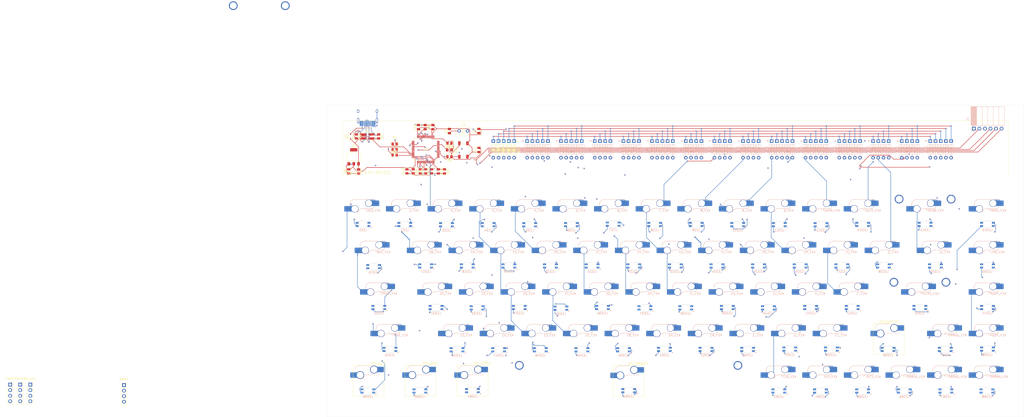
<source format=kicad_pcb>
(kicad_pcb
	(version 20241229)
	(generator "pcbnew")
	(generator_version "9.0")
	(general
		(thickness 1.6)
		(legacy_teardrops no)
	)
	(paper "A3")
	(layers
		(0 "F.Cu" signal)
		(4 "In1.Cu" signal)
		(6 "In2.Cu" signal)
		(2 "B.Cu" signal)
		(9 "F.Adhes" user "F.Adhesive")
		(11 "B.Adhes" user "B.Adhesive")
		(13 "F.Paste" user)
		(15 "B.Paste" user)
		(5 "F.SilkS" user "F.Silkscreen")
		(7 "B.SilkS" user "B.Silkscreen")
		(1 "F.Mask" user)
		(3 "B.Mask" user)
		(17 "Dwgs.User" user "User.Drawings")
		(19 "Cmts.User" user "User.Comments")
		(21 "Eco1.User" user "User.Eco1")
		(23 "Eco2.User" user "User.Eco2")
		(25 "Edge.Cuts" user)
		(27 "Margin" user)
		(31 "F.CrtYd" user "F.Courtyard")
		(29 "B.CrtYd" user "B.Courtyard")
		(35 "F.Fab" user)
		(33 "B.Fab" user)
		(39 "User.1" user)
		(41 "User.2" user)
		(43 "User.3" user)
		(45 "User.4" user)
		(47 "User.5" user)
		(49 "User.6" user)
		(51 "User.7" user)
		(53 "User.8" user)
		(55 "User.9" user)
	)
	(setup
		(stackup
			(layer "F.SilkS"
				(type "Top Silk Screen")
			)
			(layer "F.Paste"
				(type "Top Solder Paste")
			)
			(layer "F.Mask"
				(type "Top Solder Mask")
				(thickness 0.01)
			)
			(layer "F.Cu"
				(type "copper")
				(thickness 0.035)
			)
			(layer "dielectric 1"
				(type "prepreg")
				(thickness 0.1)
				(material "FR4")
				(epsilon_r 4.5)
				(loss_tangent 0.02)
			)
			(layer "In1.Cu"
				(type "copper")
				(thickness 0.035)
			)
			(layer "dielectric 2"
				(type "core")
				(thickness 1.24)
				(material "FR4")
				(epsilon_r 4.5)
				(loss_tangent 0.02)
			)
			(layer "In2.Cu"
				(type "copper")
				(thickness 0.035)
			)
			(layer "dielectric 3"
				(type "prepreg")
				(thickness 0.1)
				(material "FR4")
				(epsilon_r 4.5)
				(loss_tangent 0.02)
			)
			(layer "B.Cu"
				(type "copper")
				(thickness 0.035)
			)
			(layer "B.Mask"
				(type "Bottom Solder Mask")
				(thickness 0.01)
			)
			(layer "B.Paste"
				(type "Bottom Solder Paste")
			)
			(layer "B.SilkS"
				(type "Bottom Silk Screen")
			)
			(copper_finish "HAL lead-free")
			(dielectric_constraints no)
		)
		(pad_to_mask_clearance 0)
		(allow_soldermask_bridges_in_footprints no)
		(tenting front back)
		(grid_origin 44.85125 47.625)
		(pcbplotparams
			(layerselection 0x00000000_00000000_55555555_5755f5ff)
			(plot_on_all_layers_selection 0x00000000_00000000_00000000_00000000)
			(disableapertmacros no)
			(usegerberextensions no)
			(usegerberattributes yes)
			(usegerberadvancedattributes yes)
			(creategerberjobfile yes)
			(dashed_line_dash_ratio 12.000000)
			(dashed_line_gap_ratio 3.000000)
			(svgprecision 4)
			(plotframeref no)
			(mode 1)
			(useauxorigin no)
			(hpglpennumber 1)
			(hpglpenspeed 20)
			(hpglpendiameter 15.000000)
			(pdf_front_fp_property_popups yes)
			(pdf_back_fp_property_popups yes)
			(pdf_metadata yes)
			(pdf_single_document no)
			(dxfpolygonmode yes)
			(dxfimperialunits yes)
			(dxfusepcbnewfont yes)
			(psnegative no)
			(psa4output no)
			(plot_black_and_white yes)
			(sketchpadsonfab no)
			(plotpadnumbers no)
			(hidednponfab no)
			(sketchdnponfab yes)
			(crossoutdnponfab yes)
			(subtractmaskfromsilk no)
			(outputformat 1)
			(mirror no)
			(drillshape 1)
			(scaleselection 1)
			(outputdirectory "")
		)
	)
	(net 0 "")
	(net 1 "GND")
	(net 2 "+3.3V")
	(net 3 "+5V")
	(net 4 "Net-(D3-A)")
	(net 5 "Net-(D4-A)")
	(net 6 "Net-(D5-A)")
	(net 7 "Net-(D6-A)")
	(net 8 "Net-(D7-A)")
	(net 9 "Net-(D8-A)")
	(net 10 "Net-(D9-A)")
	(net 11 "Net-(D10-A)")
	(net 12 "Net-(D11-A)")
	(net 13 "Net-(D12-A)")
	(net 14 "Net-(D13-A)")
	(net 15 "Net-(D14-A)")
	(net 16 "Net-(D15-A)")
	(net 17 "Net-(D16-A)")
	(net 18 "Net-(D17-A)")
	(net 19 "Net-(D18-A)")
	(net 20 "Net-(D19-A)")
	(net 21 "Net-(D20-A)")
	(net 22 "Net-(D21-A)")
	(net 23 "Net-(D22-A)")
	(net 24 "Net-(D23-A)")
	(net 25 "Net-(D29-A)")
	(net 26 "Net-(D30-A)")
	(net 27 "Net-(D31-A)")
	(net 28 "Net-(D32-A)")
	(net 29 "Net-(D33-A)")
	(net 30 "Net-(D24-A)")
	(net 31 "Net-(D25-A)")
	(net 32 "Net-(D26-A)")
	(net 33 "Net-(D27-A)")
	(net 34 "Net-(D28-A)")
	(net 35 "Net-(D34-A)")
	(net 36 "/COL2")
	(net 37 "/COL3")
	(net 38 "/COL4")
	(net 39 "/COL5")
	(net 40 "/COL1")
	(net 41 "Net-(LED1-DOUT)")
	(net 42 "unconnected-(LED1-VDD-Pad1)")
	(net 43 "Net-(U1-OSCIN)")
	(net 44 "Net-(U1-OSCOUT)")
	(net 45 "Net-(U1-VCAP)")
	(net 46 "/NRST")
	(net 47 "/D+")
	(net 48 "/D-")
	(net 49 "/ROW1")
	(net 50 "/ROW2")
	(net 51 "/ROW3")
	(net 52 "/ROW4")
	(net 53 "/ROW5")
	(net 54 "Net-(D35-A)")
	(net 55 "unconnected-(LED1-VSS-Pad4)")
	(net 56 "/UART_TX_EAST")
	(net 57 "/UART_RX_EAST")
	(net 58 "Net-(U1-VDDA)")
	(net 59 "/RGB_DATAIN")
	(net 60 "Net-(D36-A)")
	(net 61 "Net-(D37-A)")
	(net 62 "Net-(D38-A)")
	(net 63 "Net-(D39-A)")
	(net 64 "Net-(D40-A)")
	(net 65 "Net-(D41-A)")
	(net 66 "Net-(D42-A)")
	(net 67 "Net-(D43-A)")
	(net 68 "Net-(D44-A)")
	(net 69 "Net-(D45-A)")
	(net 70 "Net-(D46-A)")
	(net 71 "Net-(D47-A)")
	(net 72 "Net-(D48-A)")
	(net 73 "Net-(D50-A)")
	(net 74 "Net-(D51-A)")
	(net 75 "Net-(D52-A)")
	(net 76 "Net-(D53-A)")
	(net 77 "Net-(D54-A)")
	(net 78 "Net-(D55-A)")
	(net 79 "Net-(D56-A)")
	(net 80 "Net-(D57-A)")
	(net 81 "Net-(D58-A)")
	(net 82 "/UART_TX_NORTH")
	(net 83 "/UART_RX_NORTH")
	(net 84 "Net-(USB1-CC2)")
	(net 85 "Net-(USB1-CC1)")
	(net 86 "Net-(U1-PA11)")
	(net 87 "Net-(U1-PA12)")
	(net 88 "Net-(U1-BOOT)")
	(net 89 "/JTCLK")
	(net 90 "Net-(J1-Pin_2)")
	(net 91 "/JTMS")
	(net 92 "Net-(J1-Pin_4)")
	(net 93 "Net-(J1-Pin_5)")
	(net 94 "Net-(J1-Pin_6)")
	(net 95 "/SWO")
	(net 96 "/UART_TX_SOUTH")
	(net 97 "/UART_RX_SOUTH")
	(net 98 "unconnected-(U1-PB12-Pad33)")
	(net 99 "AGND")
	(net 100 "Net-(D59-A)")
	(net 101 "/UART_TX_WEST")
	(net 102 "unconnected-(U1-PC14-Pad3)")
	(net 103 "unconnected-(U1-PC15-Pad4)")
	(net 104 "Net-(D60-A)")
	(net 105 "Net-(D61-A)")
	(net 106 "Net-(D62-A)")
	(net 107 "unconnected-(U1-PC1-Pad9)")
	(net 108 "unconnected-(U1-PC3-Pad11)")
	(net 109 "Net-(D64-A)")
	(net 110 "unconnected-(U1-PC2-Pad10)")
	(net 111 "Net-(D65-A)")
	(net 112 "Net-(D68-A)")
	(net 113 "/UART_RX_WEST")
	(net 114 "Net-(D71-A)")
	(net 115 "Net-(D72-A)")
	(net 116 "Net-(D73-A)")
	(net 117 "unconnected-(U1-PC0-Pad8)")
	(net 118 "unconnected-(U1-PC13-Pad2)")
	(net 119 "Net-(D2-A)")
	(net 120 "unconnected-(USB1-SBU2-Pad3)")
	(net 121 "unconnected-(USB1-SBU1-Pad9)")
	(net 122 "unconnected-(U1-PB8-Pad61)")
	(net 123 "unconnected-(U1-PB9-Pad62)")
	(net 124 "Net-(D74-A)")
	(net 125 "Net-(D75-A)")
	(net 126 "Net-(D76-A)")
	(net 127 "/COL12")
	(net 128 "/COL9")
	(net 129 "/COL10")
	(net 130 "/COL11")
	(net 131 "/COL6")
	(net 132 "/COL7")
	(net 133 "/COL8")
	(net 134 "/COL14")
	(net 135 "/COL13")
	(net 136 "/COL15")
	(net 137 "unconnected-(U1-PC4-Pad24)")
	(net 138 "unconnected-(LED1-DIN-Pad3)")
	(net 139 "Net-(LED2-DOUT)")
	(net 140 "unconnected-(LED2-VSS-Pad4)")
	(net 141 "unconnected-(LED2-VDD-Pad1)")
	(net 142 "unconnected-(LED3-VSS-Pad4)")
	(net 143 "unconnected-(LED3-VDD-Pad1)")
	(net 144 "Net-(LED3-DOUT)")
	(net 145 "unconnected-(LED4-VDD-Pad1)")
	(net 146 "unconnected-(LED4-VSS-Pad4)")
	(net 147 "Net-(LED4-DOUT)")
	(net 148 "unconnected-(LED5-VDD-Pad1)")
	(net 149 "Net-(LED5-DOUT)")
	(net 150 "unconnected-(LED5-VSS-Pad4)")
	(net 151 "unconnected-(LED6-VDD-Pad1)")
	(net 152 "unconnected-(LED6-VSS-Pad4)")
	(net 153 "Net-(LED6-DOUT)")
	(net 154 "unconnected-(LED7-VDD-Pad1)")
	(net 155 "unconnected-(LED7-VSS-Pad4)")
	(net 156 "Net-(LED7-DOUT)")
	(net 157 "Net-(LED8-DOUT)")
	(net 158 "unconnected-(LED8-VDD-Pad1)")
	(net 159 "unconnected-(LED8-VSS-Pad4)")
	(net 160 "Net-(LED10-DIN)")
	(net 161 "unconnected-(LED9-VDD-Pad1)")
	(net 162 "unconnected-(LED9-VSS-Pad4)")
	(net 163 "Net-(LED10-DOUT)")
	(net 164 "unconnected-(LED10-VDD-Pad1)")
	(net 165 "unconnected-(LED10-VSS-Pad4)")
	(net 166 "Net-(LED11-DOUT)")
	(net 167 "unconnected-(LED11-VDD-Pad1)")
	(net 168 "unconnected-(LED11-VSS-Pad4)")
	(net 169 "unconnected-(LED12-VDD-Pad1)")
	(net 170 "unconnected-(LED12-VSS-Pad4)")
	(net 171 "Net-(LED12-DOUT)")
	(net 172 "Net-(LED13-DOUT)")
	(net 173 "unconnected-(LED13-VSS-Pad4)")
	(net 174 "unconnected-(LED13-VDD-Pad1)")
	(net 175 "unconnected-(LED14-VDD-Pad1)")
	(net 176 "Net-(LED14-DOUT)")
	(net 177 "unconnected-(LED14-VSS-Pad4)")
	(net 178 "unconnected-(LED15-VSS-Pad4)")
	(net 179 "Net-(LED15-DOUT)")
	(net 180 "unconnected-(LED15-VDD-Pad1)")
	(net 181 "Net-(LED16-DOUT)")
	(net 182 "unconnected-(LED16-VDD-Pad1)")
	(net 183 "unconnected-(LED16-VSS-Pad4)")
	(net 184 "unconnected-(LED17-VDD-Pad1)")
	(net 185 "unconnected-(LED17-VSS-Pad4)")
	(net 186 "Net-(LED17-DOUT)")
	(net 187 "unconnected-(LED18-VDD-Pad1)")
	(net 188 "unconnected-(LED18-VSS-Pad4)")
	(net 189 "Net-(LED18-DOUT)")
	(net 190 "Net-(LED19-DOUT)")
	(net 191 "unconnected-(LED19-VDD-Pad1)")
	(net 192 "unconnected-(LED19-VSS-Pad4)")
	(net 193 "unconnected-(LED20-VSS-Pad4)")
	(net 194 "unconnected-(LED20-VDD-Pad1)")
	(net 195 "Net-(LED20-DOUT)")
	(net 196 "unconnected-(LED21-VSS-Pad4)")
	(net 197 "unconnected-(LED21-VDD-Pad1)")
	(net 198 "Net-(LED21-DOUT)")
	(net 199 "unconnected-(LED22-VSS-Pad4)")
	(net 200 "Net-(LED22-DOUT)")
	(net 201 "unconnected-(LED22-VDD-Pad1)")
	(net 202 "Net-(LED23-DOUT)")
	(net 203 "unconnected-(LED23-VDD-Pad1)")
	(net 204 "unconnected-(LED23-VSS-Pad4)")
	(net 205 "unconnected-(LED24-VDD-Pad1)")
	(net 206 "Net-(LED24-DOUT)")
	(net 207 "unconnected-(LED24-VSS-Pad4)")
	(net 208 "unconnected-(LED25-VSS-Pad4)")
	(net 209 "unconnected-(LED25-VDD-Pad1)")
	(net 210 "Net-(LED25-DOUT)")
	(net 211 "Net-(LED26-DOUT)")
	(net 212 "unconnected-(LED26-VSS-Pad4)")
	(net 213 "unconnected-(LED26-VDD-Pad1)")
	(net 214 "unconnected-(LED27-VSS-Pad4)")
	(net 215 "unconnected-(LED27-VDD-Pad1)")
	(net 216 "Net-(LED27-DOUT)")
	(net 217 "unconnected-(LED28-VSS-Pad4)")
	(net 218 "unconnected-(LED28-VDD-Pad1)")
	(net 219 "Net-(LED28-DOUT)")
	(net 220 "unconnected-(LED29-VDD-Pad1)")
	(net 221 "Net-(LED29-DOUT)")
	(net 222 "unconnected-(LED29-VSS-Pad4)")
	(net 223 "Net-(LED30-DOUT)")
	(net 224 "unconnected-(LED30-VSS-Pad4)")
	(net 225 "unconnected-(LED30-VDD-Pad1)")
	(net 226 "Net-(LED31-DOUT)")
	(net 227 "unconnected-(LED31-VSS-Pad4)")
	(net 228 "unconnected-(LED31-VDD-Pad1)")
	(net 229 "unconnected-(LED32-VSS-Pad4)")
	(net 230 "unconnected-(LED32-VDD-Pad1)")
	(net 231 "Net-(LED32-DOUT)")
	(net 232 "unconnected-(LED33-VSS-Pad4)")
	(net 233 "unconnected-(LED33-VDD-Pad1)")
	(net 234 "Net-(LED33-DOUT)")
	(net 235 "unconnected-(LED34-VDD-Pad1)")
	(net 236 "Net-(LED34-DOUT)")
	(net 237 "unconnected-(LED34-VSS-Pad4)")
	(net 238 "unconnected-(LED35-VSS-Pad4)")
	(net 239 "Net-(LED35-DOUT)")
	(net 240 "unconnected-(LED35-VDD-Pad1)")
	(net 241 "Net-(LED36-DOUT)")
	(net 242 "unconnected-(LED36-VDD-Pad1)")
	(net 243 "unconnected-(LED36-VSS-Pad4)")
	(net 244 "unconnected-(LED37-VSS-Pad4)")
	(net 245 "unconnected-(LED37-VDD-Pad1)")
	(net 246 "Net-(LED37-DOUT)")
	(net 247 "unconnected-(LED38-VSS-Pad4)")
	(net 248 "unconnected-(LED38-VDD-Pad1)")
	(net 249 "Net-(LED38-DOUT)")
	(net 250 "unconnected-(LED39-VDD-Pad1)")
	(net 251 "Net-(LED39-DOUT)")
	(net 252 "unconnected-(LED39-VSS-Pad4)")
	(net 253 "Net-(LED40-DOUT)")
	(net 254 "unconnected-(LED40-VSS-Pad4)")
	(net 255 "unconnected-(LED40-VDD-Pad1)")
	(net 256 "unconnected-(LED41-VSS-Pad4)")
	(net 257 "Net-(LED41-DOUT)")
	(net 258 "unconnected-(LED41-VDD-Pad1)")
	(net 259 "unconnected-(LED42-VDD-Pad1)")
	(net 260 "unconnected-(LED42-VSS-Pad4)")
	(net 261 "Net-(LED42-DOUT)")
	(net 262 "unconnected-(LED43-VSS-Pad4)")
	(net 263 "unconnected-(LED43-VDD-Pad1)")
	(net 264 "Net-(LED43-DOUT)")
	(net 265 "Net-(LED44-DOUT)")
	(net 266 "unconnected-(LED44-VSS-Pad4)")
	(net 267 "unconnected-(LED44-VDD-Pad1)")
	(net 268 "Net-(LED45-DOUT)")
	(net 269 "unconnected-(LED45-VSS-Pad4)")
	(net 270 "unconnected-(LED45-VDD-Pad1)")
	(net 271 "Net-(LED46-DOUT)")
	(net 272 "unconnected-(LED46-VDD-Pad1)")
	(net 273 "unconnected-(LED46-VSS-Pad4)")
	(net 274 "Net-(LED47-DOUT)")
	(net 275 "unconnected-(LED47-VSS-Pad4)")
	(net 276 "unconnected-(LED47-VDD-Pad1)")
	(net 277 "unconnected-(LED48-VDD-Pad1)")
	(net 278 "unconnected-(LED48-VSS-Pad4)")
	(net 279 "Net-(LED48-DOUT)")
	(net 280 "unconnected-(LED49-VDD-Pad1)")
	(net 281 "unconnected-(LED49-VSS-Pad4)")
	(net 282 "Net-(LED49-DOUT)")
	(net 283 "Net-(LED50-DOUT)")
	(net 284 "unconnected-(LED50-VDD-Pad1)")
	(net 285 "unconnected-(LED50-VSS-Pad4)")
	(net 286 "unconnected-(LED51-VDD-Pad1)")
	(net 287 "unconnected-(LED51-VSS-Pad4)")
	(net 288 "Net-(LED51-DOUT)")
	(net 289 "unconnected-(LED52-VDD-Pad1)")
	(net 290 "Net-(LED52-DOUT)")
	(net 291 "unconnected-(LED52-VSS-Pad4)")
	(net 292 "unconnected-(LED53-VDD-Pad1)")
	(net 293 "unconnected-(LED53-VSS-Pad4)")
	(net 294 "Net-(LED53-DOUT)")
	(net 295 "Net-(LED54-DOUT)")
	(net 296 "unconnected-(LED54-VDD-Pad1)")
	(net 297 "unconnected-(LED54-VSS-Pad4)")
	(net 298 "unconnected-(LED55-VDD-Pad1)")
	(net 299 "unconnected-(LED55-VSS-Pad4)")
	(net 300 "Net-(LED55-DOUT)")
	(net 301 "unconnected-(LED56-VDD-Pad1)")
	(net 302 "Net-(LED56-DOUT)")
	(net 303 "unconnected-(LED56-VSS-Pad4)")
	(net 304 "unconnected-(LED57-VDD-Pad1)")
	(net 305 "Net-(LED57-DOUT)")
	(net 306 "unconnected-(LED57-VSS-Pad4)")
	(net 307 "Net-(LED58-DOUT)")
	(net 308 "unconnected-(LED58-VDD-Pad1)")
	(net 309 "unconnected-(LED58-VSS-Pad4)")
	(net 310 "unconnected-(LED59-VDD-Pad1)")
	(net 311 "Net-(LED59-DOUT)")
	(net 312 "unconnected-(LED59-VSS-Pad4)")
	(net 313 "Net-(LED60-DOUT)")
	(net 314 "unconnected-(LED60-VDD-Pad1)")
	(net 315 "unconnected-(LED60-VSS-Pad4)")
	(net 316 "Net-(LED61-DOUT)")
	(net 317 "unconnected-(LED61-VSS-Pad4)")
	(net 318 "unconnected-(LED61-VDD-Pad1)")
	(net 319 "unconnected-(LED62-VDD-Pad1)")
	(net 320 "unconnected-(LED62-VSS-Pad4)")
	(net 321 "Net-(LED62-DOUT)")
	(net 322 "unconnected-(LED63-VDD-Pad1)")
	(net 323 "unconnected-(LED63-VSS-Pad4)")
	(net 324 "Net-(LED63-DOUT)")
	(net 325 "unconnected-(LED64-VDD-Pad1)")
	(net 326 "unconnected-(LED64-VSS-Pad4)")
	(net 327 "Net-(LED64-DOUT)")
	(net 328 "unconnected-(LED65-VDD-Pad1)")
	(net 329 "Net-(LED65-DOUT)")
	(net 330 "unconnected-(LED65-VSS-Pad4)")
	(net 331 "unconnected-(LED66-VSS-Pad4)")
	(net 332 "Net-(LED66-DOUT)")
	(net 333 "unconnected-(LED66-VDD-Pad1)")
	(net 334 "unconnected-(LED67-VSS-Pad4)")
	(net 335 "unconnected-(LED67-VDD-Pad1)")
	(net 336 "Net-(LED67-DOUT)")
	(net 337 "unconnected-(LED68-VDD-Pad1)")
	(net 338 "unconnected-(LED68-VSS-Pad4)")
	(net 339 "unconnected-(LED68-DOUT-Pad2)")
	(net 340 "unconnected-(U1-PA6-Pad22)")
	(net 341 "unconnected-(U1-PA4-Pad20)")
	(net 342 "unconnected-(U1-PA7-Pad23)")
	(footprint "PCM_Resistor_SMD_AKL:R_0805_2012Metric" (layer "F.Cu") (at 87.6083 77.925 90))
	(footprint "PCM_Capacitor_SMD_AKL:C_0805_2012Metric" (layer "F.Cu") (at 54.8513 77.95 90))
	(footprint "PCM_marbastlib-mx:STAB_MX_P_2u" (layer "F.Cu") (at 318.695 97.6312))
	(footprint "PCM_Resistor_SMD_AKL:R_0805_2012Metric" (layer "F.Cu") (at 100.9513 65.025 180))
	(footprint "PCM_Diode_THT_AKL:D_DO-35_SOD27_P7.62mm_Horizontal" (layer "F.Cu") (at 123.4325 64.0556 -90))
	(footprint "PCM_Diode_THT_AKL:D_DO-35_SOD27_P7.62mm_Horizontal" (layer "F.Cu") (at 121.0513 64.0556 -90))
	(footprint "PCM_Switch_Keyboard_Hotswap_Kailh:SW_Hotswap_Kailh_MX_Plated_1.25u" (layer "F.Cu") (at 111.5263 173.8312))
	(footprint "PCM_Switch_Keyboard_Hotswap_Kailh:SW_Hotswap_Kailh_MX_Plated_1.25u" (layer "F.Cu") (at 182.9638 173.99))
	(footprint "Connector_PinSocket_2.54mm:PinSocket_1x04_P2.54mm_Vertical" (layer "F.Cu") (at -95.5006 175.6732))
	(footprint "PCM_Resistor_SMD_AKL:R_0805_2012Metric" (layer "F.Cu") (at 92.7083 77.925 90))
	(footprint "PCM_Resistor_SMD_AKL:R_0805_2012Metric" (layer "F.Cu") (at 81.4763 77.925 90))
	(footprint "Connector_PinSocket_2.54mm:PinSocket_1x04_P2.54mm_Vertical" (layer "F.Cu") (at -48.0175 175.895))
	(footprint "PCM_marbastlib-mx:STAB_MX_2.25u" (layer "F.Cu") (at 73.4263 154.7812))
	(footprint "PCM_marbastlib-mx:STAB_MX_P_6.25u" (layer "F.Cu") (at 182.9638 173.8312))
	(footprint "PCM_Resistor_SMD_AKL:R_0805_2012Metric" (layer "F.Cu") (at 75.8763 65.425))
	(footprint "PCM_marbastlib-mx:STAB_MX_P_2.25u" (layer "F.Cu") (at 316.3138 135.7312))
	(footprint "PCM_Capacitor_SMD_AKL:C_0805_2012Metric" (layer "F.Cu") (at 93.4013 57.65 90))
	(footprint "PCM_Resistor_SMD_AKL:R_0805_2012Metric" (layer "F.Cu") (at 75.8763 70.425))
	(footprint "PCM_Capacitor_SMD_AKL:C_0805_2012Metric" (layer "F.Cu") (at 100.9513 59.475 90))
	(footprint "PCM_Diode_THT_AKL:D_DO-35_SOD27_P7.62mm_Horizontal" (layer "F.Cu") (at 125.8138 64.0556 -90))
	(footprint "PCM_Capacitor_SMD_AKL:C_0805_2012Metric" (layer "F.Cu") (at 89.8513 57.65 -90))
	(footprint "PCM_Capacitor_SMD_AKL:C_0805_2012Metric" (layer "F.Cu") (at 84.3513 77.925 -90))
	(footprint "PCM_Switch_Keyboard_Hotswap_Kailh:SW_Hotswap_Kailh_MX_Plated_1.25u" (layer "F.Cu") (at 63.9013 173.8312))
	(footprint "PCM_marbastlib-various:SW_SPST_SKQG_WithStem" (layer "F.Cu") (at 107.3413 68.125 90))
	(footprint "PCM_Diode_THT_AKL:D_DO-35_SOD27_P7.62mm_Horizontal" (layer "F.Cu") (at 128.195 64.0556 -90))
	(footprint "PCM_Diode_SMD_AKL:D_SOD-323" (layer "F.Cu") (at 55.6513 61.925 90))
	(footprint "PCM_marbastlib-mx:STAB_MX_P_2u" (layer "F.Cu") (at 13.9063 8.985))
	(footprint "PCM_Switch_Keyboard_Hotswap_Kailh:SW_Hotswap_Kailh_MX_Plated_1.25u"
		(layer "F.Cu")
		(uuid "834c1dd2-efdb-4b79-8f45-a2157810891a")
		(at 87.7138 173.8312)
		(descr "Kailh keyswitch Hotswap Socket plated holes Keycap 1.25u")
		(tags "Kailh Keyboard Keyswitch Switch Hotswap Socket Plated Relief Cutout Keycap 1.25u")
		(property "Reference" "KEY_WIN1"
			(at 4.52 -8 0)
			(layer "F.SilkS")
			(uuid "98d124cb-bc44-4fe7-8d69-387f701bb3fb")
			(effects
				(font
					(size 1 1)
					(thickness 0.15)
				)
			)
		)
		(property "Value" "MX_SW_HS"
			(at 0 8 0)
			(layer "F.Fab")
			(uuid "d2e384e7-e910-4136-b53b-331a600fcbbf")
			(effects
				(font
					(size 1 1)
					(thickness 0.15)
				)
			)
		)
		(property "Datasheet" "~"
			(at 0 0 0)
			(layer "F.Fab")
			(hide yes)
			(uuid "cb5f47b1-f7fb-42f9-b47d-5e291712d106")
			(effects
				(font
					(size 1.27 1.27)
					(thickness 0.15)
				)
			)
		)
		(property "Description" "Push button switch, normally open, two pins, 45° tilted, Kailh CPG151101S11 for Cherry MX style switches"
			(at 0 0 0)
			(layer "F.Fab")
			(hide yes)
			(uuid "8f69c746-3835-47a9-9324-c89eec1544ba")
			(effects
				(font
					(size 1.27 1.27)
					(thickness 0.15)
				)
			)
		)
		(path "/1d905906-6e74-4741-8b2e-53dc470a7c79/845bb780-6e16-47cd-a15e-538adef12cb0")
		(sheetname "/Keymatrix/")
		(sheetfile "matrixrot.kicad_sch")
		(attr smd)
		(
... [2547418 chars truncated]
</source>
